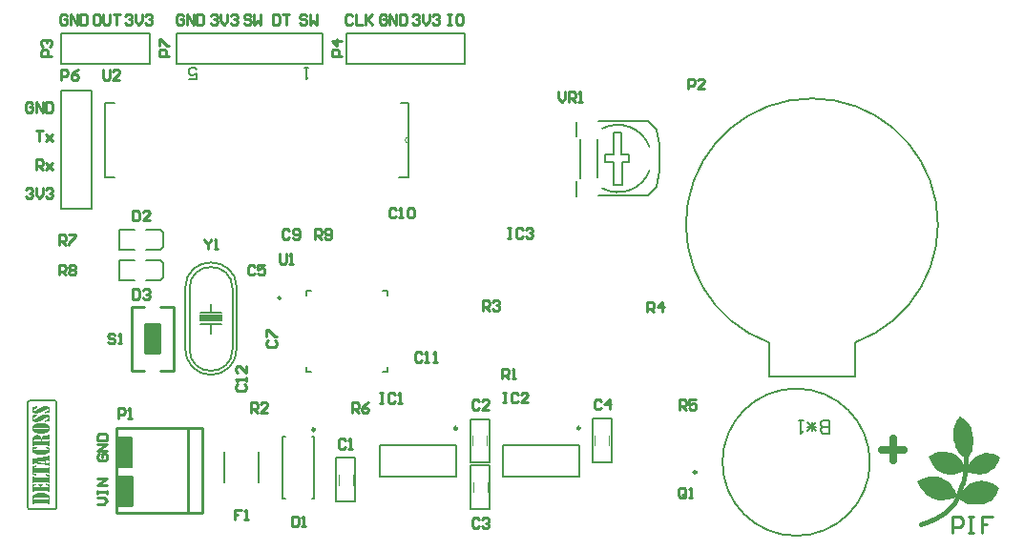
<source format=gto>
G04*
G04 #@! TF.GenerationSoftware,Altium Limited,Altium Designer,21.9.2 (33)*
G04*
G04 Layer_Color=65535*
%FSTAX24Y24*%
%MOIN*%
G70*
G04*
G04 #@! TF.SameCoordinates,42221833-7155-40BC-9F66-F4787AFC6187*
G04*
G04*
G04 #@! TF.FilePolarity,Positive*
G04*
G01*
G75*
%ADD10C,0.0000*%
%ADD11C,0.0080*%
%ADD12C,0.0098*%
%ADD13C,0.0079*%
%ADD14C,0.0070*%
%ADD15C,0.0050*%
%ADD16C,0.0060*%
%ADD17C,0.0040*%
%ADD18C,0.0158*%
%ADD19C,0.0100*%
%ADD20C,0.0250*%
%ADD21R,0.0500X0.1000*%
G36*
X02348Y033845D02*
X02269D01*
Y034075D01*
X02348D01*
Y033845D01*
D02*
G37*
G36*
X049238Y030524D02*
X04924Y030524D01*
X049311Y030491D01*
X049311Y03049D01*
X049312Y03049D01*
X04937Y030453D01*
X04937Y030452D01*
X049371Y030452D01*
X04945Y030381D01*
X04945Y030381D01*
X04945Y030381D01*
X049513Y030323D01*
X049513Y030322D01*
X049513Y030322D01*
X049576Y030239D01*
X049576Y030239D01*
X049576Y030239D01*
X04961Y030193D01*
X04961Y030192D01*
X04961Y030192D01*
X049639Y030125D01*
X049639Y030125D01*
X049639Y030125D01*
X04966Y030075D01*
X04966Y030074D01*
X049661Y030074D01*
X049686Y029961D01*
X049686Y029961D01*
X049686Y029961D01*
X049702Y029882D01*
X049702Y029882D01*
X049702Y029882D01*
X049715Y029794D01*
X049715Y029794D01*
X049715Y029793D01*
Y029702D01*
X049715Y029701D01*
X049715Y029701D01*
X049706Y029572D01*
X049706Y029572D01*
X049706Y029572D01*
X049698Y029464D01*
X049698Y029463D01*
X049698Y029463D01*
X04969Y029413D01*
X04969Y029413D01*
X04969Y029413D01*
X049673Y029325D01*
X049673Y029325D01*
X049673Y029325D01*
X049662Y02929D01*
X049662Y02929D01*
X049662Y02929D01*
X049634Y029226D01*
X049634Y029225D01*
X049634Y029225D01*
X049598Y029173D01*
X049597Y029172D01*
X049597Y029172D01*
X049541Y029108D01*
X049541Y029108D01*
X04954Y029107D01*
X049527Y029097D01*
X049527Y029064D01*
X049527Y029063D01*
X049527Y029062D01*
X049526Y029061D01*
X049526Y02906D01*
X049525Y029059D01*
X049524Y029058D01*
X049523Y029058D01*
X049521Y029058D01*
X04952Y029058D01*
X049519Y029058D01*
X049415Y029087D01*
X049414Y029088D01*
X049413Y029088D01*
X049359Y029121D01*
X049359Y029122D01*
X049359Y029122D01*
X049263Y029197D01*
X049262Y029197D01*
X049262Y029198D01*
X049178Y029306D01*
X049178Y029307D01*
X049178Y029307D01*
X04914Y029374D01*
X04914Y029374D01*
X04914Y029374D01*
X049102Y029474D01*
X049073Y029549D01*
X049073Y02955D01*
X049073Y02955D01*
X049052Y029633D01*
X049052Y029633D01*
X049052Y029633D01*
X049031Y029717D01*
X049032Y029717D01*
X049031Y029718D01*
X049027Y029793D01*
X049027Y029793D01*
X049027Y029793D01*
Y029952D01*
X049027Y029952D01*
X049027Y029952D01*
X049035Y030048D01*
X049035Y030048D01*
X049035Y030048D01*
X049048Y030161D01*
X049048Y030161D01*
X049048Y030162D01*
X049077Y030241D01*
X049077Y030241D01*
X049077Y030241D01*
X049107Y030316D01*
X049107Y030317D01*
X049107Y030317D01*
X049166Y030413D01*
X049166Y030413D01*
X049166Y030414D01*
X049211Y03048D01*
X049232Y030521D01*
X049234Y030523D01*
X049236Y030524D01*
X049236Y030524D01*
X049236Y030524D01*
X049238Y030524D01*
D02*
G37*
G36*
X04879Y029294D02*
X048791Y029293D01*
X048791Y029294D01*
X048883Y029269D01*
X048883Y029268D01*
X048883Y029268D01*
X04895Y029247D01*
X04895Y029247D01*
X048951Y029247D01*
X049022Y02921D01*
X049023Y029209D01*
X049084Y029176D01*
X049085Y029176D01*
X049085Y029176D01*
X049206Y029097D01*
X049206Y029096D01*
X049207Y029095D01*
X049324Y028945D01*
X049324Y028945D01*
X049324Y028945D01*
X049403Y028816D01*
X049403Y028816D01*
X049403Y028816D01*
X049428Y028774D01*
X049429Y028772D01*
X049429Y02877D01*
X049409Y028632D01*
X049408Y028631D01*
X049408Y028631D01*
X049407Y02863D01*
X049407Y028628D01*
X049406Y028628D01*
X049406Y028628D01*
X049406Y028628D01*
X049405Y028627D01*
X049238Y028548D01*
X049238Y028548D01*
X049237Y028548D01*
X049049Y028506D01*
X049049Y028506D01*
X049048Y028506D01*
X048903Y028502D01*
X048902Y028502D01*
X048901Y028502D01*
X048726Y028527D01*
X048726Y028527D01*
X048726Y028527D01*
X048613Y02856D01*
X048613Y02856D01*
X048612D01*
X048542Y02859D01*
X048541Y02859D01*
X04854Y028591D01*
X04849Y028628D01*
X04849Y028628D01*
X04849Y028628D01*
X048411Y028691D01*
X04841Y028691D01*
X04841Y028691D01*
X048348Y028758D01*
X048347Y028759D01*
X048347Y028759D01*
X048242Y028938D01*
X048242Y028938D01*
X048242Y028939D01*
X048192Y029043D01*
X048192Y029043D01*
X048192Y029043D01*
X048163Y029114D01*
X048163Y029116D01*
X048163Y029118D01*
X048163Y029118D01*
X048163Y029119D01*
X048164Y02912D01*
X048165Y029122D01*
X048274Y029193D01*
X048274Y029193D01*
X048274Y029193D01*
X048395Y029255D01*
X048396Y029255D01*
X048396Y029256D01*
X048471Y029281D01*
X048471Y029281D01*
X048471Y029281D01*
X04853Y029297D01*
X04853Y029297D01*
X048531Y029298D01*
X048606Y029306D01*
X048606Y029306D01*
X048607Y029306D01*
X04879Y029294D01*
D02*
G37*
G36*
X050237Y029253D02*
X050237Y029253D01*
X050337Y029236D01*
X050338Y029236D01*
X050338Y029236D01*
X050429Y029215D01*
X05043Y029215D01*
X050431Y029215D01*
X050497Y029186D01*
X050497Y029186D01*
X050497D01*
X050564Y029157D01*
X050564Y029156D01*
X050565Y029156D01*
X050648Y029098D01*
X050649Y029096D01*
X050651Y029094D01*
X050651Y029094D01*
X050651Y029093D01*
X050651Y029091D01*
X05065Y029089D01*
X050634Y029056D01*
X050609Y028994D01*
X050609Y028994D01*
X050609Y028994D01*
X050571Y028919D01*
X050571Y028919D01*
X050571Y028919D01*
X050525Y028827D01*
X050525Y028827D01*
X050525Y028826D01*
X050475Y028763D01*
X050475Y028763D01*
X050475Y028763D01*
X050425Y028705D01*
X050424Y028704D01*
X050423Y028704D01*
X050344Y028646D01*
X050344Y028645D01*
X050344Y028645D01*
X050227Y02857D01*
X050227Y02857D01*
X050226Y02857D01*
X050126Y028532D01*
X050126Y028532D01*
X050126Y028532D01*
X050072Y028516D01*
X050071Y028516D01*
X05007Y028515D01*
X049966Y028507D01*
X049966Y028507D01*
X049965Y028507D01*
X049769Y028528D01*
X049769Y028528D01*
X049769Y028528D01*
X049681Y02854D01*
X049681Y028541D01*
X049681Y02854D01*
X049618Y028557D01*
X049618Y028557D01*
X049618Y028557D01*
X049568Y028574D01*
X049567Y028574D01*
X049566Y028574D01*
X049496Y028616D01*
X049495Y028617D01*
X049494Y028617D01*
X049494Y028618D01*
X049494Y028618D01*
X049494Y028619D01*
X049493Y02862D01*
X049493Y028621D01*
X049493Y028622D01*
X049493Y028622D01*
X049493Y028623D01*
X049513Y028752D01*
X049514Y028753D01*
X049514Y028754D01*
X049585Y028891D01*
X049585Y028892D01*
X049585Y028892D01*
X049635Y028967D01*
X049636Y028967D01*
X049636Y028968D01*
X049706Y029038D01*
X049706Y029038D01*
X049707Y029038D01*
X049795Y02911D01*
X049795Y02911D01*
X049795Y02911D01*
X049805Y029117D01*
X049805Y029117D01*
X049806Y029117D01*
X049826Y02913D01*
X049826Y02913D01*
X049826Y02913D01*
X049847Y029141D01*
X049847Y029141D01*
X049847Y029141D01*
X049869Y029152D01*
X049869Y029152D01*
X049869Y029152D01*
X04988Y029156D01*
X04995Y02919D01*
X04995Y02919D01*
X049951Y02919D01*
X050042Y029228D01*
X050043Y029228D01*
X050043Y029228D01*
X050123Y029245D01*
X050123Y029245D01*
X050124Y029245D01*
X050236Y029253D01*
X050237Y029253D01*
D02*
G37*
G36*
X02034Y029798D02*
X020353Y029768D01*
Y028768D01*
X02034Y028738D01*
X02031Y028725D01*
X01981D01*
X01978Y028738D01*
X019767Y028768D01*
Y029768D01*
X01978Y029798D01*
X01981Y029811D01*
X02031D01*
X02034Y029798D01*
D02*
G37*
G36*
X048273Y028428D02*
X048274Y028428D01*
X048444Y028415D01*
X048445Y028415D01*
X048446Y028415D01*
X048579Y028377D01*
X048579Y028377D01*
X04858Y028377D01*
X048759Y028302D01*
X048759Y028302D01*
X04876Y028302D01*
X048847Y028252D01*
X048848Y028251D01*
X048848Y028251D01*
X048898Y028205D01*
X048899Y028204D01*
X048899Y028204D01*
X048941Y028146D01*
X048941Y028146D01*
X048941Y028146D01*
X048991Y028071D01*
X048991Y02807D01*
X048991Y02807D01*
X049074Y027941D01*
X049074Y027941D01*
X049075Y027941D01*
X0491Y027891D01*
X049129Y027833D01*
X049129Y027831D01*
X04913Y02783D01*
Y027813D01*
X049129Y027812D01*
X049129Y027811D01*
X04908Y027687D01*
X04908Y027687D01*
X04908Y027686D01*
X049079Y027686D01*
X049079Y027685D01*
X049078Y027685D01*
X049077Y027684D01*
X049076Y027684D01*
X049076Y027683D01*
X049Y027665D01*
X048946Y027649D01*
X048946Y027649D01*
X048945Y027648D01*
X048866Y027632D01*
X048866Y027632D01*
X048866Y027632D01*
X048758Y027611D01*
X048758Y027611D01*
X048758Y027611D01*
X048662Y027594D01*
X048661Y027594D01*
X048661Y027594D01*
X048569D01*
X048569Y027594D01*
X048568Y027594D01*
X048477Y027602D01*
X048476Y027603D01*
X048476Y027602D01*
X048405Y027619D01*
X048405Y027619D01*
X048405Y027619D01*
X048305Y027649D01*
X048304Y027649D01*
X048304Y027649D01*
X048191Y027711D01*
X048191Y027712D01*
X048191Y027712D01*
X048132Y027749D01*
X048132Y02775D01*
X048131Y02775D01*
X048014Y027871D01*
X048014Y027871D01*
X048014Y027871D01*
X047944Y027946D01*
X047944Y027946D01*
X047943Y027946D01*
X047897Y028001D01*
X047897Y028001D01*
X047897Y028002D01*
X047863Y028064D01*
X047797Y02818D01*
X047797Y028181D01*
X047797Y028181D01*
X047763Y028243D01*
X047763Y028245D01*
X047763Y028248D01*
X047763Y028248D01*
X047763Y028248D01*
X047764Y02825D01*
X047765Y028252D01*
X047882Y028331D01*
X047883Y028331D01*
X047883Y028331D01*
X047958Y028365D01*
X047958Y028365D01*
X047959Y028365D01*
X048055Y028394D01*
X048055Y028394D01*
X048055Y028394D01*
X048142Y028419D01*
X048143Y028419D01*
X048144Y028419D01*
X048273Y028428D01*
X048273Y028428D01*
D02*
G37*
G36*
X050013Y028278D02*
X050014Y028278D01*
X050093Y02827D01*
X050094Y02827D01*
X050094Y02827D01*
X050169Y028249D01*
X050319Y028212D01*
X05032Y028211D01*
X05032D01*
X05037Y028191D01*
X05037Y02819D01*
X050371Y02819D01*
X050483Y028132D01*
X050483Y028132D01*
X050484Y028132D01*
X050584Y028065D01*
X050584Y028065D01*
X050584Y028065D01*
X050626Y028031D01*
X050626Y02803D01*
X050628Y028029D01*
X050628Y028028D01*
X050628Y028027D01*
X050628Y028026D01*
X050628Y028024D01*
X050599Y027949D01*
X050598Y027949D01*
X050598Y027948D01*
X050552Y027861D01*
X050552Y027861D01*
X050552Y027861D01*
X050519Y027798D01*
X050519Y027798D01*
X050519Y027798D01*
X050431Y027673D01*
X050431Y027672D01*
X050431Y027672D01*
X050372Y027613D01*
X050372Y027613D01*
X050371Y027613D01*
X050305Y027567D01*
X050304Y027567D01*
X050304Y027566D01*
X050237Y027533D01*
X050237Y027533D01*
X050237Y027533D01*
X050141Y027487D01*
X050141Y027487D01*
X050141Y027487D01*
X050083Y027462D01*
X050082Y027462D01*
X050081Y027462D01*
X049981Y027445D01*
X049981Y027445D01*
X04998Y027445D01*
X04983Y027441D01*
X04983Y027441D01*
X04983Y027441D01*
X049671Y027449D01*
X049671Y027449D01*
X04967Y027449D01*
X04955Y027474D01*
X049549Y027474D01*
X049549Y027474D01*
X049449Y027504D01*
X049449Y027504D01*
X049448Y027504D01*
X049348Y02755D01*
X049348Y02755D01*
X049348Y02755D01*
X049273Y027596D01*
X049272Y027596D01*
X049272Y027596D01*
X049218Y027638D01*
X049218Y027638D01*
X049217Y027638D01*
X049217Y027639D01*
X049216Y02764D01*
X049216Y027641D01*
X049215Y027642D01*
X049215Y027643D01*
X049215Y027643D01*
X049216Y027644D01*
X049216Y027645D01*
X049295Y027895D01*
X049296Y027897D01*
X049297Y027898D01*
X049322Y027914D01*
X049413Y028022D01*
X049454Y028072D01*
X049455Y028072D01*
X049455Y028073D01*
X049517Y028127D01*
X049518Y028127D01*
X049518Y028127D01*
X049623Y028194D01*
X049623Y028194D01*
X049623Y028194D01*
X049711Y028236D01*
X049711Y028236D01*
X049712Y028237D01*
X049862Y028266D01*
X049862Y028266D01*
X049863Y028266D01*
X050013Y028278D01*
X050013Y028278D01*
D02*
G37*
G36*
X020358Y028446D02*
X020374Y028408D01*
Y027408D01*
X020358Y02737D01*
X02032Y027354D01*
X01982D01*
X019782Y02737D01*
X019766Y027408D01*
Y028408D01*
X019782Y028446D01*
X01982Y028462D01*
X02032D01*
X020358Y028446D01*
D02*
G37*
G36*
X017651Y031106D02*
X017672D01*
Y031095D01*
X017694D01*
Y031084D01*
X017704D01*
Y031063D01*
X017715D01*
Y031041D01*
X017726D01*
Y027322D01*
X017715D01*
Y027301D01*
X017704D01*
Y027279D01*
X017694D01*
Y027268D01*
X017672D01*
Y027257D01*
X017651D01*
Y027247D01*
X016745D01*
Y027257D01*
X016723D01*
Y027268D01*
X016702D01*
Y027279D01*
X016691D01*
Y027301D01*
X01668D01*
Y027322D01*
X01667D01*
Y031041D01*
X01668D01*
Y031063D01*
X016691D01*
Y031084D01*
X016702D01*
Y031095D01*
X016723D01*
Y031106D01*
X016745D01*
Y031117D01*
X017651D01*
Y031106D01*
D02*
G37*
%LPC*%
G36*
X01764Y031052D02*
X016756D01*
Y031041D01*
X016745D01*
Y03103D01*
X016734D01*
Y027333D01*
X016745D01*
Y027322D01*
X016756D01*
Y027311D01*
X01764D01*
Y027322D01*
X017651D01*
Y027333D01*
X017661D01*
Y03103D01*
X017651D01*
Y031041D01*
X01764D01*
Y031052D01*
D02*
G37*
%LPD*%
G36*
X01737Y030879D02*
X017403D01*
Y030869D01*
X017424D01*
Y030858D01*
X017435D01*
Y030847D01*
X017446D01*
Y030836D01*
X017457D01*
Y030815D01*
X017467D01*
Y030739D01*
X017457D01*
Y030718D01*
X017446D01*
Y030707D01*
X017457D01*
Y030696D01*
X017467D01*
Y030664D01*
X017457D01*
Y030653D01*
X017392D01*
Y030642D01*
X017327D01*
Y030632D01*
X017295D01*
Y030642D01*
X017284D01*
Y030664D01*
X017295D01*
Y030685D01*
X017306D01*
Y030696D01*
X017338D01*
Y030707D01*
X017359D01*
Y030718D01*
X017381D01*
Y030729D01*
X017403D01*
Y030739D01*
X017413D01*
Y030761D01*
X017424D01*
Y030772D01*
X017413D01*
Y030793D01*
X017359D01*
Y030782D01*
X017338D01*
Y030772D01*
X017316D01*
Y030761D01*
X017295D01*
Y03075D01*
X017273D01*
Y030739D01*
X017262D01*
Y030729D01*
X017241D01*
Y030718D01*
X017219D01*
Y030707D01*
X017209D01*
Y030696D01*
X017187D01*
Y030685D01*
X017165D01*
Y030675D01*
X017144D01*
Y030664D01*
X017122D01*
Y030653D01*
X017101D01*
Y030642D01*
X017068D01*
Y030632D01*
X017015D01*
Y030621D01*
X016971D01*
Y030632D01*
X016918D01*
Y030642D01*
X016896D01*
Y030653D01*
X016874D01*
Y030664D01*
X016864D01*
Y030675D01*
X016853D01*
Y030696D01*
X016842D01*
Y030761D01*
X016853D01*
Y030782D01*
X016864D01*
Y030804D01*
X016853D01*
Y030815D01*
X016842D01*
Y030858D01*
X016896D01*
Y030869D01*
X016961D01*
Y030879D01*
X017015D01*
Y030836D01*
X017004D01*
Y030826D01*
X016993D01*
Y030815D01*
X016971D01*
Y030804D01*
X01695D01*
Y030793D01*
X016928D01*
Y030782D01*
X016907D01*
Y030772D01*
X016896D01*
Y030729D01*
X016939D01*
Y030739D01*
X016971D01*
Y03075D01*
X016993D01*
Y030761D01*
X017015D01*
Y030772D01*
X017036D01*
Y030782D01*
X017047D01*
Y030793D01*
X017068D01*
Y030804D01*
X01709D01*
Y030815D01*
X017101D01*
Y030826D01*
X017122D01*
Y030836D01*
X017144D01*
Y030847D01*
X017165D01*
Y030858D01*
X017187D01*
Y030869D01*
X017219D01*
Y030879D01*
X017252D01*
Y03089D01*
X01737D01*
Y030879D01*
D02*
G37*
G36*
Y030588D02*
X017403D01*
Y030578D01*
X017424D01*
Y030567D01*
X017435D01*
Y030556D01*
X017446D01*
Y030545D01*
X017457D01*
Y030524D01*
X017467D01*
Y030448D01*
X017457D01*
Y030427D01*
X017446D01*
Y030416D01*
X017457D01*
Y030405D01*
X017467D01*
Y030373D01*
X017457D01*
Y030362D01*
X017392D01*
Y030351D01*
X017327D01*
Y03034D01*
X017295D01*
Y030351D01*
X017284D01*
Y030373D01*
X017295D01*
Y030394D01*
X017306D01*
Y030405D01*
X017338D01*
Y030416D01*
X017359D01*
Y030427D01*
X017381D01*
Y030438D01*
X017403D01*
Y030448D01*
X017413D01*
Y03047D01*
X017424D01*
Y030481D01*
X017413D01*
Y030502D01*
X017359D01*
Y030491D01*
X017338D01*
Y030481D01*
X017316D01*
Y03047D01*
X017295D01*
Y030459D01*
X017273D01*
Y030448D01*
X017262D01*
Y030438D01*
X017241D01*
Y030427D01*
X017219D01*
Y030416D01*
X017209D01*
Y030405D01*
X017187D01*
Y030394D01*
X017165D01*
Y030384D01*
X017144D01*
Y030373D01*
X017122D01*
Y030362D01*
X017101D01*
Y030351D01*
X017068D01*
Y03034D01*
X017015D01*
Y03033D01*
X016971D01*
Y03034D01*
X016918D01*
Y030351D01*
X016896D01*
Y030362D01*
X016874D01*
Y030373D01*
X016864D01*
Y030384D01*
X016853D01*
Y030405D01*
X016842D01*
Y03047D01*
X016853D01*
Y030491D01*
X016864D01*
Y030513D01*
X016853D01*
Y030524D01*
X016842D01*
Y030567D01*
X016896D01*
Y030578D01*
X016961D01*
Y030588D01*
X017015D01*
Y030545D01*
X017004D01*
Y030535D01*
X016993D01*
Y030524D01*
X016971D01*
Y030513D01*
X01695D01*
Y030502D01*
X016928D01*
Y030491D01*
X016907D01*
Y030481D01*
X016896D01*
Y03047D01*
Y030438D01*
X016939D01*
Y030448D01*
X016971D01*
Y030459D01*
X016993D01*
Y03047D01*
X017015D01*
Y030481D01*
X017036D01*
Y030491D01*
X017047D01*
Y030502D01*
X017068D01*
Y030513D01*
X01709D01*
Y030524D01*
X017101D01*
Y030535D01*
X017122D01*
Y030545D01*
X017144D01*
Y030556D01*
X017165D01*
Y030567D01*
X017187D01*
Y030578D01*
X017219D01*
Y030588D01*
X017252D01*
Y030599D01*
X01737D01*
Y030588D01*
D02*
G37*
G36*
X017252Y030287D02*
X017295D01*
Y030276D01*
X017327D01*
Y030265D01*
X017359D01*
Y030254D01*
X017381D01*
Y030243D01*
X017392D01*
Y030233D01*
X017413D01*
Y030222D01*
X017424D01*
Y030211D01*
X017435D01*
Y0302D01*
X017446D01*
Y030179D01*
X017457D01*
Y030157D01*
X017467D01*
Y03006D01*
X017457D01*
Y030028D01*
X017446D01*
Y030017D01*
X017435D01*
Y030006D01*
X017424D01*
Y029996D01*
X017413D01*
Y029985D01*
X017403D01*
Y029974D01*
X017381D01*
Y029963D01*
X017359D01*
Y029952D01*
X017338D01*
Y029942D01*
X017295D01*
Y029931D01*
X017252D01*
Y02992D01*
X017068D01*
Y029931D01*
X017015D01*
Y029942D01*
X016982D01*
Y029952D01*
X01695D01*
Y029963D01*
X016928D01*
Y029974D01*
X016918D01*
Y029985D01*
X016907D01*
Y029996D01*
X016885D01*
Y030006D01*
X016874D01*
Y030028D01*
X016864D01*
Y030039D01*
X016853D01*
Y030071D01*
X016842D01*
Y030146D01*
X016853D01*
Y030179D01*
X016864D01*
Y03019D01*
X016874D01*
Y030211D01*
X016885D01*
Y030222D01*
X016907D01*
Y030233D01*
X016918D01*
Y030243D01*
X016939D01*
Y030254D01*
X016961D01*
Y030265D01*
X016982D01*
Y030276D01*
X017015D01*
Y030287D01*
X017068D01*
Y030297D01*
X017252D01*
Y030287D01*
D02*
G37*
G36*
X017457Y029877D02*
X017467D01*
Y029758D01*
X017457D01*
Y029748D01*
X017446D01*
Y029737D01*
X017424D01*
Y029726D01*
X017209D01*
Y029715D01*
X017198D01*
Y029661D01*
X017392D01*
Y029672D01*
X017413D01*
Y029683D01*
X017457D01*
Y029672D01*
X017467D01*
Y02951D01*
X017457D01*
Y0295D01*
X017446D01*
Y029489D01*
X017424D01*
Y0295D01*
X017403D01*
Y029521D01*
X016907D01*
Y0295D01*
X016896D01*
Y029489D01*
X016864D01*
Y0295D01*
X016853D01*
Y029769D01*
X016864D01*
Y029791D01*
X016874D01*
Y029812D01*
X016885D01*
Y029823D01*
X016896D01*
Y029834D01*
X016907D01*
Y029845D01*
X016918D01*
Y029855D01*
X016939D01*
Y029866D01*
X016971D01*
Y029877D01*
X017068D01*
Y029866D01*
X017101D01*
Y029855D01*
X017112D01*
Y029845D01*
X017122D01*
Y029834D01*
X017133D01*
Y029823D01*
X017144D01*
Y029812D01*
X017155D01*
Y029791D01*
X017165D01*
Y029769D01*
X017176D01*
Y029801D01*
X017187D01*
Y029812D01*
X017198D01*
Y029834D01*
X017209D01*
Y029845D01*
X01723D01*
Y029855D01*
X017252D01*
Y029866D01*
X017403D01*
Y029877D01*
X017413D01*
Y029888D01*
X017457D01*
Y029877D01*
D02*
G37*
G36*
X017392Y029457D02*
X017413D01*
Y029446D01*
X017435D01*
Y029435D01*
X017446D01*
Y029413D01*
X017457D01*
Y029403D01*
X017467D01*
Y029306D01*
X017457D01*
Y029284D01*
X017446D01*
Y029273D01*
X017435D01*
Y029262D01*
X017424D01*
Y029252D01*
X017413D01*
Y029241D01*
X017392D01*
Y02923D01*
X01737D01*
Y029219D01*
X017349D01*
Y029209D01*
X017316D01*
Y029198D01*
X017262D01*
Y029187D01*
X017025D01*
Y029198D01*
X016982D01*
Y029209D01*
X016961D01*
Y029219D01*
X016928D01*
Y02923D01*
X016907D01*
Y029241D01*
X016896D01*
Y029252D01*
X016885D01*
Y029262D01*
X016874D01*
Y029273D01*
X016864D01*
Y029284D01*
X016853D01*
Y029306D01*
X016842D01*
Y02937D01*
X016853D01*
Y029392D01*
X016864D01*
Y029403D01*
X016853D01*
Y029413D01*
X016842D01*
Y029457D01*
X016874D01*
Y029467D01*
X017025D01*
Y029424D01*
X017015D01*
Y029413D01*
X016971D01*
Y029403D01*
X016928D01*
Y029392D01*
X016907D01*
Y029381D01*
X016896D01*
Y02936D01*
X016907D01*
Y029349D01*
X017413D01*
Y02936D01*
X017424D01*
Y029381D01*
X017413D01*
Y029392D01*
X017392D01*
Y029403D01*
X017338D01*
Y029413D01*
X017316D01*
Y029467D01*
X017392D01*
Y029457D01*
D02*
G37*
G36*
X017457Y029144D02*
X017467D01*
Y028971D01*
X017457D01*
Y028961D01*
X017424D01*
Y028971D01*
X017413D01*
Y028982D01*
X017403D01*
Y028993D01*
X017359D01*
Y028982D01*
X017327D01*
Y028885D01*
X017403D01*
Y028896D01*
X017413D01*
Y028907D01*
X017424D01*
Y028918D01*
X017457D01*
Y028907D01*
X017467D01*
Y028799D01*
X017457D01*
Y028788D01*
X017424D01*
Y028799D01*
X017413D01*
Y02881D01*
X017392D01*
Y028821D01*
X017349D01*
Y028831D01*
X017273D01*
Y028842D01*
X017209D01*
Y028853D01*
X017144D01*
Y028864D01*
X017079D01*
Y028874D01*
X017015D01*
Y028885D01*
X016939D01*
Y028896D01*
X016918D01*
Y028885D01*
X016907D01*
Y028874D01*
X016885D01*
Y028864D01*
X016864D01*
Y028874D01*
X016853D01*
Y029047D01*
X016874D01*
Y029058D01*
X01695D01*
Y029068D01*
X017015D01*
Y029079D01*
X01709D01*
Y02909D01*
X017165D01*
Y029101D01*
X01723D01*
Y029112D01*
X017306D01*
Y029122D01*
X01737D01*
Y029133D01*
X017403D01*
Y029144D01*
X017413D01*
Y029155D01*
X017457D01*
Y029144D01*
D02*
G37*
G36*
X016982Y028799D02*
X016993D01*
Y028756D01*
X016971D01*
Y028745D01*
X016918D01*
Y028734D01*
X016896D01*
Y028713D01*
X017403D01*
Y028723D01*
X017413D01*
Y028734D01*
X017424D01*
Y028745D01*
X017446D01*
Y028734D01*
X017457D01*
Y028723D01*
X017467D01*
Y028551D01*
X017457D01*
Y02854D01*
X017413D01*
Y028551D01*
X017403D01*
Y028562D01*
X017392D01*
Y028573D01*
X016896D01*
Y02854D01*
X016918D01*
Y028529D01*
X016982D01*
Y028519D01*
X016993D01*
Y028465D01*
X016907D01*
Y028476D01*
X016853D01*
Y028767D01*
Y028777D01*
Y028799D01*
X01695D01*
Y02881D01*
X016982D01*
Y028799D01*
D02*
G37*
G36*
X017359Y028497D02*
X017435D01*
Y028486D01*
X017457D01*
Y028476D01*
X017467D01*
Y028217D01*
X017457D01*
Y028206D01*
X017424D01*
Y028217D01*
X017413D01*
Y028228D01*
X017403D01*
Y028238D01*
X016907D01*
Y028217D01*
X016885D01*
Y028206D01*
X016864D01*
Y028217D01*
X016853D01*
Y028411D01*
X016907D01*
Y028389D01*
X016918D01*
Y028379D01*
X017413D01*
Y028422D01*
X017403D01*
Y028432D01*
X01737D01*
Y028443D01*
X017338D01*
Y028454D01*
X017327D01*
Y028465D01*
X017316D01*
Y028497D01*
X017327D01*
Y028508D01*
X017359D01*
Y028497D01*
D02*
G37*
G36*
X01737Y028174D02*
X017435D01*
Y028163D01*
X017457D01*
Y028152D01*
X017467D01*
Y027893D01*
X017457D01*
Y027883D01*
X017413D01*
Y027904D01*
X017403D01*
Y027915D01*
X016907D01*
Y027893D01*
X016896D01*
Y027883D01*
X016853D01*
Y028152D01*
X016864D01*
Y028163D01*
X016918D01*
Y028174D01*
X016982D01*
Y028131D01*
X016971D01*
Y02812D01*
X016939D01*
Y028109D01*
X016918D01*
Y028098D01*
X016896D01*
Y028055D01*
X017112D01*
Y028098D01*
X01709D01*
Y028109D01*
X017058D01*
Y02812D01*
X017047D01*
Y028141D01*
X017058D01*
Y028152D01*
X017068D01*
Y028163D01*
X017209D01*
Y028152D01*
X017219D01*
Y028109D01*
X017187D01*
Y028098D01*
X017165D01*
Y028087D01*
X017155D01*
Y028055D01*
X017413D01*
Y028098D01*
X017403D01*
Y028109D01*
X017381D01*
Y02812D01*
X017349D01*
Y028131D01*
X017327D01*
Y028141D01*
X017316D01*
Y028184D01*
X01737D01*
Y028174D01*
D02*
G37*
G36*
X017273Y02784D02*
X017316D01*
Y027829D01*
X017349D01*
Y027818D01*
X01737D01*
Y027807D01*
X017392D01*
Y027796D01*
X017403D01*
Y027786D01*
X017413D01*
Y027775D01*
X017424D01*
Y027764D01*
X017435D01*
Y027753D01*
X017446D01*
Y027732D01*
X017457D01*
Y027689D01*
X017467D01*
Y027473D01*
X017457D01*
Y027462D01*
X017413D01*
Y027473D01*
X017403D01*
Y027484D01*
X017392D01*
Y027495D01*
X016918D01*
Y027484D01*
X016907D01*
Y027473D01*
X016896D01*
Y027462D01*
X016853D01*
Y027721D01*
X016864D01*
Y027743D01*
X016874D01*
Y027764D01*
X016885D01*
Y027775D01*
X016896D01*
Y027786D01*
X016907D01*
Y027796D01*
X016918D01*
Y027807D01*
X016939D01*
Y027818D01*
X016961D01*
Y027829D01*
X016993D01*
Y02784D01*
X017036D01*
Y02785D01*
X017273D01*
Y02784D01*
D02*
G37*
%LPC*%
G36*
X017413Y030136D02*
X016896D01*
Y030125D01*
X016885D01*
Y030093D01*
X016896D01*
Y030082D01*
X017413D01*
Y030093D01*
X017424D01*
Y030125D01*
X017413D01*
Y030136D01*
D02*
G37*
G36*
X017122Y029726D02*
X016918D01*
Y029715D01*
X016907D01*
Y029704D01*
X016896D01*
Y029661D01*
X017144D01*
Y029715D01*
X017122D01*
Y029726D01*
D02*
G37*
G36*
X017284Y028971D02*
X017209D01*
Y028961D01*
X017133D01*
Y02895D01*
X017047D01*
Y028939D01*
X017025D01*
Y028928D01*
X017101D01*
Y028918D01*
X017165D01*
Y028907D01*
X017241D01*
Y028896D01*
X017284D01*
Y028971D01*
D02*
G37*
G36*
X017403Y027689D02*
X016918D01*
Y027678D01*
X016907D01*
Y027667D01*
X016896D01*
Y027635D01*
X017424D01*
Y027667D01*
X017413D01*
Y027678D01*
X017403D01*
Y027689D01*
D02*
G37*
%LPD*%
D10*
X02999Y04031D02*
G03*
X02999Y04007I0J-00012D01*
G01*
D11*
X045584Y033115D02*
G03*
X042588Y033111I-001504J004135D01*
G01*
X046104Y02893D02*
G03*
X046104Y02893I-002574J0D01*
G01*
X04558Y031912D02*
Y0331D01*
X04258Y031912D02*
X04558D01*
X04258D02*
Y0331D01*
X044675Y029936D02*
Y030386D01*
X044451D01*
X044376Y030311D01*
Y030236D01*
X044451Y030161D01*
X044675D01*
X044451D01*
X044376Y030086D01*
Y030011D01*
X044451Y029936D01*
X044675D01*
X044226Y030011D02*
X043926Y030311D01*
X044226D02*
X043926Y030011D01*
X044226Y030161D02*
X043926D01*
X044076Y030311D02*
Y030011D01*
X043776Y030386D02*
X043626D01*
X043701D01*
Y029936D01*
X043776Y030011D01*
D12*
X031688Y030112D02*
G03*
X031688Y030112I-000049J0D01*
G01*
X035988Y030122D02*
G03*
X035988Y030122I-000049J0D01*
G01*
X040049Y028579D02*
G03*
X040049Y028579I-000049J0D01*
G01*
X026721Y030069D02*
G03*
X026721Y030069I-000049J0D01*
G01*
D13*
X025537Y034671D02*
G03*
X025537Y034671I-000059J0D01*
G01*
X027831Y04393D02*
X031949D01*
Y04287D02*
Y04393D01*
X027831Y04287D02*
X031949D01*
X027831D02*
Y04393D01*
X01785D02*
X020969D01*
Y04287D02*
Y04393D01*
X01785Y04287D02*
X020969D01*
X01785D02*
Y04393D01*
X021881D02*
X026999D01*
Y04287D02*
Y04393D01*
X021881Y04287D02*
X026999D01*
X021881D02*
Y04393D01*
X01891Y037791D02*
Y041909D01*
X01785Y037791D02*
X01891D01*
X01785D02*
Y041909D01*
X01891D01*
X029001Y029521D02*
X031639D01*
X029001Y028419D02*
X031639D01*
Y029521D01*
X029001Y028419D02*
Y029521D01*
X033301Y029531D02*
X035939D01*
X033301Y028429D02*
X035939D01*
Y029531D01*
X033301Y028429D02*
Y029531D01*
X023557Y028228D02*
Y029292D01*
X024743Y028228D02*
Y029292D01*
X026701Y027647D02*
Y029813D01*
X025599Y027647D02*
Y029813D01*
X026613D02*
X026701D01*
X026613Y027647D02*
X026701D01*
X025599Y029813D02*
X025687D01*
X025599Y027647D02*
X025687D01*
D14*
X02399Y035019D02*
G03*
X02219Y03501I-0009J-000006D01*
G01*
X02219Y03291D02*
G03*
X023989Y03291I000899J-00003D01*
G01*
X02384Y035007D02*
G03*
X02234Y035I-00075J-000005D01*
G01*
Y03287D02*
G03*
X02384Y032877I00075J000005D01*
G01*
X036763Y038506D02*
G03*
X038411Y039131I000547J001044D01*
G01*
X038401Y039969D02*
G03*
X036753Y040594I-001101J-000419D01*
G01*
X02032Y027408D02*
Y028408D01*
X01982Y027408D02*
X02032D01*
X01982D02*
Y028408D01*
X02032D01*
X01981Y028768D02*
Y029768D01*
Y028768D02*
X02031D01*
Y029768D01*
X01981D02*
X02031D01*
X0231Y03344D02*
Y03375D01*
X02271D02*
X02345D01*
X0231Y03416D02*
Y03446D01*
X02271Y03416D02*
X02346D01*
X02219Y03291D02*
Y03501D01*
X02399Y03291D02*
Y035019D01*
X02234Y0329D02*
Y035D01*
X02384Y03289D02*
Y03499D01*
X03586Y04033D02*
Y04084D01*
Y03824D02*
Y03875D01*
X03876Y039135D02*
Y04001D01*
X03867Y04055D02*
X03876Y04001D01*
X03836Y04086D02*
X03867Y04055D01*
X03661Y04086D02*
X03836D01*
X036Y03887D02*
Y04024D01*
X03662Y03825D02*
X03837D01*
X03867Y03855D01*
X03876Y039135D01*
X03659Y03888D02*
Y04023D01*
X03716Y04047D02*
X03743D01*
X03716Y0397D02*
Y04047D01*
X03686Y0397D02*
X03716D01*
X03686Y03943D02*
Y0397D01*
Y03943D02*
X03715D01*
Y03863D02*
Y03943D01*
Y03863D02*
X03744D01*
Y03942D01*
X03769D01*
Y03969D01*
X03743D02*
X03769D01*
X03743D02*
Y04046D01*
D15*
X01988Y0353D02*
Y036D01*
X02133D02*
X02143Y0359D01*
X02133Y0353D02*
X02143Y0354D01*
Y0359D01*
X01988Y036D02*
X02043D01*
X02083D02*
X02133D01*
X01988Y0353D02*
X02043D01*
X02083D02*
X02133D01*
X01988Y03635D02*
Y03705D01*
X02133D02*
X02143Y03695D01*
X02133Y03635D02*
X02143Y03645D01*
Y03695D01*
X01988Y03705D02*
X02043D01*
X02083D02*
X02133D01*
X01988Y03635D02*
X02043D01*
X02083D02*
X02133D01*
X03215Y02883D02*
X03282D01*
Y0273D02*
Y02883D01*
X03215Y0273D02*
X03282D01*
X03215D02*
Y02883D01*
X02746Y02908D02*
X02813D01*
Y02755D02*
Y02908D01*
X02746Y02755D02*
X02813D01*
X02746D02*
Y02908D01*
X03215Y02891D02*
X03282D01*
X03215D02*
Y03044D01*
X03282D01*
Y02891D02*
Y03044D01*
X03641Y03045D02*
X03708D01*
Y02892D02*
Y03045D01*
X03641Y02892D02*
X03708D01*
X03641D02*
Y03045D01*
X026423Y034927D02*
X026576D01*
X026423Y034774D02*
Y034927D01*
Y032093D02*
Y032246D01*
Y032093D02*
X026576D01*
X029104D02*
X029257D01*
Y032246D01*
Y034774D02*
Y034927D01*
X029104D02*
X029257D01*
D16*
X02971Y04149D02*
X02999D01*
Y04031D02*
Y04149D01*
Y04007D02*
Y04031D01*
Y03889D02*
Y04007D01*
X01939Y03889D02*
X01971D01*
X01939D02*
Y04149D01*
X01971D01*
X02967Y03889D02*
X02999D01*
X026487Y042731D02*
X026354D01*
X026421D01*
Y042331D01*
X026487Y042397D01*
X022323Y042331D02*
X02259D01*
Y042531D01*
X022456Y042464D01*
X02239D01*
X022323Y042531D01*
Y042664D01*
X02239Y042731D01*
X022523D01*
X02259Y042664D01*
D17*
X03224Y02789D02*
Y02823D01*
X03274Y02789D02*
Y02823D01*
X02755Y02814D02*
Y02848D01*
X02805Y02814D02*
Y02848D01*
X03273Y02951D02*
Y02985D01*
X03223Y02951D02*
Y02985D01*
X0365Y02951D02*
Y02985D01*
X037Y02951D02*
Y02985D01*
D18*
X049458Y028937D02*
X04947Y029278D01*
X049453Y028846D02*
X049458Y028937D01*
X049445Y028742D02*
X049453Y028846D01*
X049437Y028637D02*
X049445Y028742D01*
X049414Y028537D02*
X049437Y028637D01*
X049377Y028366D02*
X049414Y028537D01*
X049339Y0282D02*
X049377Y028366D01*
X049327Y028146D02*
X049339Y0282D01*
X049202Y027791D02*
X049327Y028146D01*
X049131Y027621D02*
X049202Y027791D01*
X049052Y027504D02*
X049131Y027621D01*
X048981Y027412D02*
X049052Y027504D01*
X048827Y027266D02*
X048981Y027412D01*
X04871Y027171D02*
X048827Y027266D01*
X048385Y026971D02*
X04871Y027171D01*
X048162Y026869D02*
X048385Y026971D01*
X047872Y026766D02*
X048162Y026869D01*
D19*
X0223Y027168D02*
Y030118D01*
X0198D02*
X0228D01*
Y027152D02*
Y030118D01*
X0198Y027152D02*
X0228D01*
X0198D02*
Y030118D01*
X02032Y03214D02*
X02077D01*
X02133D02*
X02178D01*
Y03436D01*
X02032Y03214D02*
Y03436D01*
X0208Y03275D02*
Y03375D01*
X0213D01*
Y03275D02*
Y03375D01*
X0208Y03275D02*
X0213D01*
X02032Y03436D02*
X02077D01*
X02133D02*
X02178D01*
X01912Y027473D02*
X019353D01*
X01947Y027589D01*
X019353Y027706D01*
X01912D01*
Y027823D02*
Y027939D01*
Y027881D01*
X01947D01*
Y027823D01*
Y027939D01*
Y028114D02*
X01912D01*
X01947Y028347D01*
X01912D01*
X019178Y029217D02*
X01912Y029158D01*
Y029042D01*
X019178Y028983D01*
X019412D01*
X01947Y029042D01*
Y029158D01*
X019412Y029217D01*
X019295D01*
Y0291D01*
X01947Y029333D02*
X01912D01*
X01947Y029567D01*
X01912D01*
Y029683D02*
X01947D01*
Y029858D01*
X019412Y029917D01*
X019178D01*
X01912Y029858D01*
Y029683D01*
X016973Y039163D02*
Y039513D01*
X017148D01*
X017207Y039455D01*
Y039338D01*
X017148Y03928D01*
X016973D01*
X01709D02*
X017207Y039163D01*
X017323Y039397D02*
X017557Y039163D01*
X01744Y03928D01*
X017557Y039397D01*
X017323Y039163D01*
X016973Y040517D02*
X017207D01*
X01709D01*
Y040167D01*
X017323Y0404D02*
X017557Y040167D01*
X01744Y040283D01*
X017557Y0404D01*
X017323Y040167D01*
X016857Y041462D02*
X016798Y04152D01*
X016682D01*
X016623Y041462D01*
Y041228D01*
X016682Y04117D01*
X016798D01*
X016857Y041228D01*
Y041345D01*
X01674D01*
X016973Y04117D02*
Y04152D01*
X017207Y04117D01*
Y04152D01*
X017323D02*
Y04117D01*
X017498D01*
X017557Y041228D01*
Y041462D01*
X017498Y04152D01*
X017323D01*
X016623Y038452D02*
X016682Y03851D01*
X016798D01*
X016857Y038452D01*
Y038393D01*
X016798Y038335D01*
X01674D01*
X016798D01*
X016857Y038277D01*
Y038218D01*
X016798Y03816D01*
X016682D01*
X016623Y038218D01*
X016973Y03851D02*
Y038277D01*
X01709Y03816D01*
X017207Y038277D01*
Y03851D01*
X017323Y038452D02*
X017382Y03851D01*
X017498D01*
X017557Y038452D01*
Y038393D01*
X017498Y038335D01*
X01744D01*
X017498D01*
X017557Y038277D01*
Y038218D01*
X017498Y03816D01*
X017382D01*
X017323Y038218D01*
X031358Y04459D02*
X031474D01*
X031416D01*
Y04424D01*
X031358D01*
X031474D01*
X031824Y04459D02*
X031707D01*
X031649Y044532D01*
Y044298D01*
X031707Y04424D01*
X031824D01*
X031882Y044298D01*
Y044532D01*
X031824Y04459D01*
X028037Y044532D02*
X027978Y04459D01*
X027862D01*
X027803Y044532D01*
Y044298D01*
X027862Y04424D01*
X027978D01*
X028037Y044298D01*
X028153Y04459D02*
Y04424D01*
X028387D01*
X028503Y04459D02*
Y04424D01*
Y044357D01*
X028737Y04459D01*
X028562Y044415D01*
X028737Y04424D01*
X030133Y044532D02*
X030192Y04459D01*
X030308D01*
X030367Y044532D01*
Y044473D01*
X030308Y044415D01*
X03025D01*
X030308D01*
X030367Y044357D01*
Y044298D01*
X030308Y04424D01*
X030192D01*
X030133Y044298D01*
X030483Y04459D02*
Y044357D01*
X0306Y04424D01*
X030717Y044357D01*
Y04459D01*
X030833Y044532D02*
X030892Y04459D01*
X031008D01*
X031067Y044532D01*
Y044473D01*
X031008Y044415D01*
X03095D01*
X031008D01*
X031067Y044357D01*
Y044298D01*
X031008Y04424D01*
X030892D01*
X030833Y044298D01*
X029217Y044532D02*
X029158Y04459D01*
X029042D01*
X028983Y044532D01*
Y044298D01*
X029042Y04424D01*
X029158D01*
X029217Y044298D01*
Y044415D01*
X0291D01*
X029333Y04424D02*
Y04459D01*
X029567Y04424D01*
Y04459D01*
X029683D02*
Y04424D01*
X029858D01*
X029917Y044298D01*
Y044532D01*
X029858Y04459D01*
X029683D01*
X026432Y044532D02*
X026373Y04459D01*
X026257D01*
X026198Y044532D01*
Y044473D01*
X026257Y044415D01*
X026373D01*
X026432Y044357D01*
Y044298D01*
X026373Y04424D01*
X026257D01*
X026198Y044298D01*
X026548Y04459D02*
Y04424D01*
X026665Y044357D01*
X026782Y04424D01*
Y04459D01*
X025248D02*
Y04424D01*
X025423D01*
X025482Y044298D01*
Y044532D01*
X025423Y04459D01*
X025248D01*
X025598D02*
X025832D01*
X025715D01*
Y04424D01*
X024472Y044532D02*
X024413Y04459D01*
X024297D01*
X024238Y044532D01*
Y044473D01*
X024297Y044415D01*
X024413D01*
X024472Y044357D01*
Y044298D01*
X024413Y04424D01*
X024297D01*
X024238Y044298D01*
X024588Y04459D02*
Y04424D01*
X024705Y044357D01*
X024822Y04424D01*
Y04459D01*
X022137Y044532D02*
X022078Y04459D01*
X021962D01*
X021903Y044532D01*
Y044298D01*
X021962Y04424D01*
X022078D01*
X022137Y044298D01*
Y044415D01*
X02202D01*
X022253Y04424D02*
Y04459D01*
X022487Y04424D01*
Y04459D01*
X022603D02*
Y04424D01*
X022778D01*
X022837Y044298D01*
Y044532D01*
X022778Y04459D01*
X022603D01*
X023073Y044532D02*
X023132Y04459D01*
X023248D01*
X023307Y044532D01*
Y044473D01*
X023248Y044415D01*
X02319D01*
X023248D01*
X023307Y044357D01*
Y044298D01*
X023248Y04424D01*
X023132D01*
X023073Y044298D01*
X023423Y04459D02*
Y044357D01*
X02354Y04424D01*
X023657Y044357D01*
Y04459D01*
X023773Y044532D02*
X023832Y04459D01*
X023948D01*
X024007Y044532D01*
Y044473D01*
X023948Y044415D01*
X02389D01*
X023948D01*
X024007Y044357D01*
Y044298D01*
X023948Y04424D01*
X023832D01*
X023773Y044298D01*
X019148Y04459D02*
X019032D01*
X018973Y044532D01*
Y044298D01*
X019032Y04424D01*
X019148D01*
X019207Y044298D01*
Y044532D01*
X019148Y04459D01*
X019323D02*
Y044298D01*
X019382Y04424D01*
X019498D01*
X019557Y044298D01*
Y04459D01*
X019673D02*
X019907D01*
X01979D01*
Y04424D01*
X020103Y044532D02*
X020162Y04459D01*
X020278D01*
X020337Y044532D01*
Y044473D01*
X020278Y044415D01*
X02022D01*
X020278D01*
X020337Y044357D01*
Y044298D01*
X020278Y04424D01*
X020162D01*
X020103Y044298D01*
X020453Y04459D02*
Y044357D01*
X02057Y04424D01*
X020687Y044357D01*
Y04459D01*
X020803Y044532D02*
X020862Y04459D01*
X020978D01*
X021037Y044532D01*
Y044473D01*
X020978Y044415D01*
X02092D01*
X020978D01*
X021037Y044357D01*
Y044298D01*
X020978Y04424D01*
X020862D01*
X020803Y044298D01*
X018067Y044532D02*
X018008Y04459D01*
X017892D01*
X017833Y044532D01*
Y044298D01*
X017892Y04424D01*
X018008D01*
X018067Y044298D01*
Y044415D01*
X01795D01*
X018183Y04424D02*
Y04459D01*
X018417Y04424D01*
Y04459D01*
X018533D02*
Y04424D01*
X018708D01*
X018767Y044298D01*
Y044532D01*
X018708Y04459D01*
X018533D01*
X027655Y043138D02*
X027305D01*
Y043313D01*
X027363Y043372D01*
X02748D01*
X027538Y043313D01*
Y043138D01*
X027655Y043663D02*
X027305D01*
X02748Y043488D01*
Y043722D01*
X017515Y043118D02*
X017165D01*
Y043293D01*
X017223Y043352D01*
X01734D01*
X017398Y043293D01*
Y043118D01*
X017223Y043468D02*
X017165Y043527D01*
Y043643D01*
X017223Y043702D01*
X017282D01*
X01734Y043643D01*
Y043585D01*
Y043643D01*
X017398Y043702D01*
X017457D01*
X017515Y043643D01*
Y043527D01*
X017457Y043468D01*
X021625Y043138D02*
X021275D01*
Y043313D01*
X021333Y043372D01*
X02145D01*
X021508Y043313D01*
Y043138D01*
X021275Y043488D02*
Y043722D01*
X021333D01*
X021567Y043488D01*
X021625D01*
X048977Y02646D02*
Y027022D01*
X049258D01*
X049352Y026929D01*
Y026741D01*
X049258Y026647D01*
X048977D01*
X049539Y027022D02*
X049726D01*
X049633D01*
Y02646D01*
X049539D01*
X049726D01*
X050382Y027022D02*
X050008D01*
Y026741D01*
X050195D01*
X050008D01*
Y02646D01*
X019318Y042645D02*
Y042353D01*
X019377Y042295D01*
X019493D01*
X019552Y042353D01*
Y042645D01*
X019902Y042295D02*
X019668D01*
X019902Y042528D01*
Y042587D01*
X019843Y042645D01*
X019727D01*
X019668Y042587D01*
X03974Y04199D02*
Y04234D01*
X039915D01*
X039973Y042282D01*
Y042165D01*
X039915Y042107D01*
X03974D01*
X040323Y04199D02*
X04009D01*
X040323Y042223D01*
Y042282D01*
X040265Y04234D01*
X040148D01*
X04009Y042282D01*
X02286Y03674D02*
Y036682D01*
X022977Y036565D01*
X023093Y036682D01*
Y03674D01*
X022977Y036565D02*
Y03639D01*
X02321D02*
X023327D01*
X023268D01*
Y03674D01*
X02321Y036682D01*
X03523Y04188D02*
Y041647D01*
X035347Y04153D01*
X035463Y041647D01*
Y04188D01*
X03558Y04153D02*
Y04188D01*
X035755D01*
X035813Y041822D01*
Y041705D01*
X035755Y041647D01*
X03558D01*
X035697D02*
X035813Y04153D01*
X03593D02*
X036046D01*
X035988D01*
Y04188D01*
X03593Y041822D01*
X02548Y03622D02*
Y035928D01*
X025538Y03587D01*
X025655D01*
X025713Y035928D01*
Y03622D01*
X02583Y03587D02*
X025947D01*
X025888D01*
Y03622D01*
X02583Y036162D01*
X019733Y033372D02*
X019675Y03343D01*
X019558D01*
X0195Y033372D01*
Y033313D01*
X019558Y033255D01*
X019675D01*
X019733Y033197D01*
Y033138D01*
X019675Y03308D01*
X019558D01*
X0195Y033138D01*
X01985Y03308D02*
X019967D01*
X019908D01*
Y03343D01*
X01985Y033372D01*
X02672Y03673D02*
Y03708D01*
X026895D01*
X026953Y037022D01*
Y036905D01*
X026895Y036847D01*
X02672D01*
X026837D02*
X026953Y03673D01*
X02707Y036788D02*
X027128Y03673D01*
X027245D01*
X027303Y036788D01*
Y037022D01*
X027245Y03708D01*
X027128D01*
X02707Y037022D01*
Y036963D01*
X027128Y036905D01*
X027303D01*
X01778Y03548D02*
Y03583D01*
X017955D01*
X018013Y035772D01*
Y035655D01*
X017955Y035597D01*
X01778D01*
X017897D02*
X018013Y03548D01*
X01813Y035772D02*
X018188Y03583D01*
X018305D01*
X018363Y035772D01*
Y035713D01*
X018305Y035655D01*
X018363Y035597D01*
Y035538D01*
X018305Y03548D01*
X018188D01*
X01813Y035538D01*
Y035597D01*
X018188Y035655D01*
X01813Y035713D01*
Y035772D01*
X018188Y035655D02*
X018305D01*
X01778Y03653D02*
Y03688D01*
X017955D01*
X018013Y036822D01*
Y036705D01*
X017955Y036647D01*
X01778D01*
X017897D02*
X018013Y03653D01*
X01813Y03688D02*
X018363D01*
Y036822D01*
X01813Y036588D01*
Y03653D01*
X02801Y03066D02*
Y03101D01*
X028185D01*
X028243Y030952D01*
Y030835D01*
X028185Y030777D01*
X02801D01*
X028127D02*
X028243Y03066D01*
X028593Y03101D02*
X028477Y030952D01*
X02836Y030835D01*
Y030718D01*
X028418Y03066D01*
X028535D01*
X028593Y030718D01*
Y030777D01*
X028535Y030835D01*
X02836D01*
X03945Y03076D02*
Y03111D01*
X039625D01*
X039683Y031052D01*
Y030935D01*
X039625Y030877D01*
X03945D01*
X039567D02*
X039683Y03076D01*
X040033Y03111D02*
X0398D01*
Y030935D01*
X039917Y030993D01*
X039975D01*
X040033Y030935D01*
Y030818D01*
X039975Y03076D01*
X039858D01*
X0398Y030818D01*
X03833Y03418D02*
Y03453D01*
X038505D01*
X038563Y034472D01*
Y034355D01*
X038505Y034297D01*
X03833D01*
X038447D02*
X038563Y03418D01*
X038855D02*
Y03453D01*
X03868Y034355D01*
X038913D01*
X03258Y03424D02*
Y03459D01*
X032755D01*
X032813Y034532D01*
Y034415D01*
X032755Y034357D01*
X03258D01*
X032697D02*
X032813Y03424D01*
X03293Y034532D02*
X032988Y03459D01*
X033105D01*
X033163Y034532D01*
Y034473D01*
X033105Y034415D01*
X033047D01*
X033105D01*
X033163Y034357D01*
Y034298D01*
X033105Y03424D01*
X032988D01*
X03293Y034298D01*
X02448Y03066D02*
Y03101D01*
X024655D01*
X024713Y030952D01*
Y030835D01*
X024655Y030777D01*
X02448D01*
X024597D02*
X024713Y03066D01*
X025063D02*
X02483D01*
X025063Y030893D01*
Y030952D01*
X025005Y03101D01*
X024888D01*
X02483Y030952D01*
X033257Y031855D02*
Y032205D01*
X033432D01*
X03349Y032147D01*
Y03203D01*
X033432Y031972D01*
X033257D01*
X033373D02*
X03349Y031855D01*
X033607D02*
X033723D01*
X033665D01*
Y032205D01*
X033607Y032147D01*
X039663Y027748D02*
Y027982D01*
X039605Y02804D01*
X039488D01*
X03943Y027982D01*
Y027748D01*
X039488Y02769D01*
X039605D01*
X039547Y027807D02*
X039663Y02769D01*
X039605D02*
X039663Y027748D01*
X03978Y02769D02*
X039897D01*
X039838D01*
Y02804D01*
X03978Y027982D01*
X01786Y0423D02*
Y04265D01*
X018035D01*
X018093Y042592D01*
Y042475D01*
X018035Y042417D01*
X01786D01*
X018443Y04265D02*
X018327Y042592D01*
X01821Y042475D01*
Y042358D01*
X018268Y0423D01*
X018385D01*
X018443Y042358D01*
Y042417D01*
X018385Y042475D01*
X01821D01*
X01985Y03047D02*
Y03082D01*
X020025D01*
X020083Y030762D01*
Y030645D01*
X020025Y030587D01*
X01985D01*
X0202Y03047D02*
X020317D01*
X020258D01*
Y03082D01*
X0202Y030762D01*
X03345Y03712D02*
X033567D01*
X033508D01*
Y03677D01*
X03345D01*
X033567D01*
X033975Y037062D02*
X033917Y03712D01*
X0338D01*
X033742Y037062D01*
Y036828D01*
X0338Y03677D01*
X033917D01*
X033975Y036828D01*
X034091Y037062D02*
X03415Y03712D01*
X034266D01*
X034325Y037062D01*
Y037003D01*
X034266Y036945D01*
X034208D01*
X034266D01*
X034325Y036887D01*
Y036828D01*
X034266Y03677D01*
X03415D01*
X034091Y036828D01*
X03328Y03136D02*
X033397D01*
X033338D01*
Y03101D01*
X03328D01*
X033397D01*
X033805Y031302D02*
X033747Y03136D01*
X03363D01*
X033572Y031302D01*
Y031068D01*
X03363Y03101D01*
X033747D01*
X033805Y031068D01*
X034155Y03101D02*
X033921D01*
X034155Y031243D01*
Y031302D01*
X034096Y03136D01*
X03398D01*
X033921Y031302D01*
X02898Y03135D02*
X029097D01*
X029038D01*
Y031D01*
X02898D01*
X029097D01*
X029505Y031292D02*
X029447Y03135D01*
X02933D01*
X029272Y031292D01*
Y031058D01*
X02933Y031D01*
X029447D01*
X029505Y031058D01*
X029621Y031D02*
X029738D01*
X02968D01*
Y03135D01*
X029621Y031292D01*
X024153Y02727D02*
X02392D01*
Y027095D01*
X024037D01*
X02392D01*
Y02692D01*
X02427D02*
X024387D01*
X024328D01*
Y02727D01*
X02427Y027212D01*
X02036Y03498D02*
Y03463D01*
X020535D01*
X020593Y034688D01*
Y034922D01*
X020535Y03498D01*
X02036D01*
X02071Y034922D02*
X020768Y03498D01*
X020885D01*
X020943Y034922D01*
Y034863D01*
X020885Y034805D01*
X020827D01*
X020885D01*
X020943Y034747D01*
Y034688D01*
X020885Y03463D01*
X020768D01*
X02071Y034688D01*
X02036Y03773D02*
Y03738D01*
X020535D01*
X020593Y037438D01*
Y037672D01*
X020535Y03773D01*
X02036D01*
X020943Y03738D02*
X02071D01*
X020943Y037613D01*
Y037672D01*
X020885Y03773D01*
X020768D01*
X02071Y037672D01*
X02592Y02704D02*
Y02669D01*
X026095D01*
X026153Y026748D01*
Y026982D01*
X026095Y02704D01*
X02592D01*
X02627Y02669D02*
X026387D01*
X026328D01*
Y02704D01*
X02627Y026982D01*
X024013Y031656D02*
X023955Y031598D01*
Y031481D01*
X024013Y031423D01*
X024247D01*
X024305Y031481D01*
Y031598D01*
X024247Y031656D01*
X024305Y031773D02*
Y031889D01*
Y031831D01*
X023955D01*
X024013Y031773D01*
X024305Y032297D02*
Y032064D01*
X024072Y032297D01*
X024013D01*
X023955Y032239D01*
Y032122D01*
X024013Y032064D01*
X030453Y032722D02*
X030395Y03278D01*
X030278D01*
X03022Y032722D01*
Y032488D01*
X030278Y03243D01*
X030395D01*
X030453Y032488D01*
X03057Y03243D02*
X030687D01*
X030628D01*
Y03278D01*
X03057Y032722D01*
X030861Y03243D02*
X030978D01*
X03092D01*
Y03278D01*
X030861Y032722D01*
X029553Y037772D02*
X029495Y03783D01*
X029378D01*
X02932Y037772D01*
Y037538D01*
X029378Y03748D01*
X029495D01*
X029553Y037538D01*
X02967Y03748D02*
X029787D01*
X029728D01*
Y03783D01*
X02967Y037772D01*
X029961D02*
X03002Y03783D01*
X030136D01*
X030195Y037772D01*
Y037538D01*
X030136Y03748D01*
X03002D01*
X029961Y037538D01*
Y037772D01*
X025823Y037022D02*
X025765Y03708D01*
X025648D01*
X02559Y037022D01*
Y036788D01*
X025648Y03673D01*
X025765D01*
X025823Y036788D01*
X02594D02*
X025998Y03673D01*
X026115D01*
X026173Y036788D01*
Y037022D01*
X026115Y03708D01*
X025998D01*
X02594Y037022D01*
Y036963D01*
X025998Y036905D01*
X026173D01*
X025093Y033192D02*
X025035Y033133D01*
Y033017D01*
X025093Y032958D01*
X025327D01*
X025385Y033017D01*
Y033133D01*
X025327Y033192D01*
X025035Y033308D02*
Y033542D01*
X025093D01*
X025327Y033308D01*
X025385D01*
X024613Y035772D02*
X024555Y03583D01*
X024438D01*
X02438Y035772D01*
Y035538D01*
X024438Y03548D01*
X024555D01*
X024613Y035538D01*
X024963Y03583D02*
X02473D01*
Y035655D01*
X024847Y035713D01*
X024905D01*
X024963Y035655D01*
Y035538D01*
X024905Y03548D01*
X024788D01*
X02473Y035538D01*
X036713Y031072D02*
X036655Y03113D01*
X036538D01*
X03648Y031072D01*
Y030838D01*
X036538Y03078D01*
X036655D01*
X036713Y030838D01*
X037005Y03078D02*
Y03113D01*
X03683Y030955D01*
X037063D01*
X032453Y026922D02*
X032395Y02698D01*
X032278D01*
X03222Y026922D01*
Y026688D01*
X032278Y02663D01*
X032395D01*
X032453Y026688D01*
X03257Y026922D02*
X032628Y02698D01*
X032745D01*
X032803Y026922D01*
Y026863D01*
X032745Y026805D01*
X032687D01*
X032745D01*
X032803Y026747D01*
Y026688D01*
X032745Y02663D01*
X032628D01*
X03257Y026688D01*
X032453Y031052D02*
X032395Y03111D01*
X032278D01*
X03222Y031052D01*
Y030818D01*
X032278Y03076D01*
X032395D01*
X032453Y030818D01*
X032803Y03076D02*
X03257D01*
X032803Y030993D01*
Y031052D01*
X032745Y03111D01*
X032628D01*
X03257Y031052D01*
X027773Y029692D02*
X027715Y02975D01*
X027598D01*
X02754Y029692D01*
Y029458D01*
X027598Y0294D01*
X027715D01*
X027773Y029458D01*
X02789Y0294D02*
X028007D01*
X027948D01*
Y02975D01*
X02789Y029692D01*
D20*
X04728Y029368D02*
X04653D01*
X046905Y028993D02*
Y029743D01*
D21*
X02105Y033249D02*
D03*
M02*

</source>
